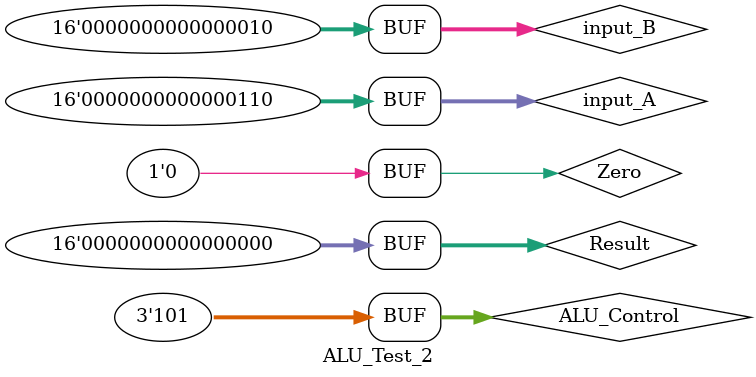
<source format=v>
`timescale 1ns / 1ps


module ALU_Test_2;

	// Inputs
	reg [15:0] input_A;
	reg [15:0] input_B;
	reg [2:0] ALU_Control;

	// Outputs
	reg [15:0] Result;
	reg Zero;

	// Instantiate the Unit Under Test (UUT)
	ALU uut (
		.input_A(input_A), 
		.input_B(input_B), 
		.ALU_Control(ALU_Control), 
		.Result(Result), 
		.Zero(Zero)
	);


		initial begin
		// Initialize Inputs
		input_A = 10;
		input_B = 20;
		ALU_Control = 0;
		Result = 0;
		Zero = 0;

		// Wait 100 ns for global reset to finish
		#300;
		if(Result == 30 ) $display("Correct Add"); 
		if(Result != 30 ) $display("Wrong Add"); 
		#10;
		ALU_Control = 1;
		input_A = 10;
		input_B = 20;
		
		#300;
		if(Result == -10 ) $display("Correct Sub"); 
		if(Result != -10 ) $display("Wrong Sub");
		#10;
		ALU_Control = 7;
		input_A = 10;
		input_B = 20;
		
		#300;
		if(Result == 1 ) $display("Correct SLT"); 
		if(Result != 1 ) $display("Wrong SLT"); 
		#10;
		ALU_Control = 5;
		input_A = 6;
		input_B = 2;
		
		#300;
		if(Result == 2 ) $display("Correct AND"); 
		if(Result != 2 ) $display("Wrong AND"); 
        
		// Add stimulus here


	end
      
endmodule


</source>
